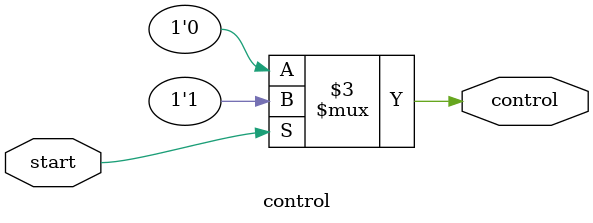
<source format=sv>
module control(

	input start,
	
	output logic control

);



always_comb
begin

	if(start)
	begin
		control = 1'b1;
	end
	else
	begin
		control = 1'b0;
	end


end


endmodule

</source>
